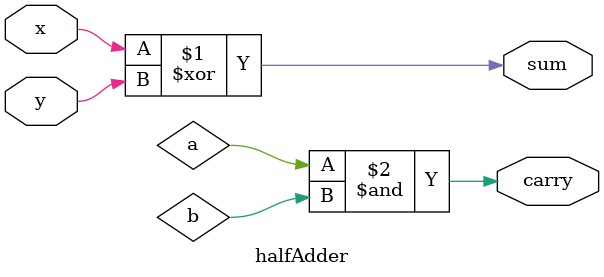
<source format=v>
module halfAdder(x,y,sum,carry);
  input x,y;
  output sum,carry;
  xor(sum,x,y);
  and(carry,a,b);
endmodule

</source>
